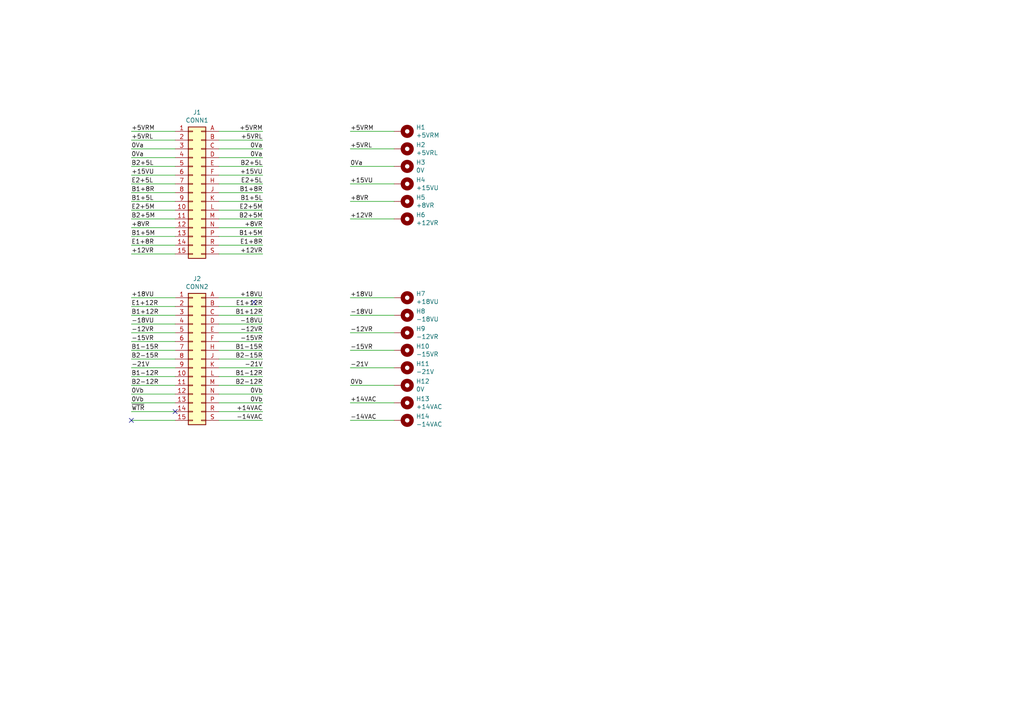
<source format=kicad_sch>
(kicad_sch (version 20230121) (generator eeschema)
  (paper "A4")
  (lib_symbols
    (symbol "Mechanical:MountingHole_Pad" (pin_numbers hide) (pin_names (offset 1.016) hide)
      (property "Reference" "H" (at 0 6.35 0))
      (property "Value" "MountingHole_Pad" (at 0 4.445 0))
      (symbol "MountingHole_Pad_0_1"
        (circle (center 0 1.27) (radius 1.27) (stroke (width 1.27)))
      )
      (symbol "MountingHole_Pad_1_1"
        (pin input line (at 0 -2.54 90) (length 2.54) (name "1") (number "1"))
      )
    )
    (symbol "powerprobe-rescue:Conn_02x15_Wang2200-Wang2200" (pin_names (offset 1.016) hide)
      (property "Reference" "J" (at 1.27 20.32 0))
      (property "Value" "Wang2200_Conn_02x15_Wang2200" (at 1.27 -20.32 0))
      (symbol "Conn_02x15_Wang2200-Wang2200_1_1"
        (rectangle (start -1.27 -17.653) (end 0 -17.907) (stroke (width 0.1524)))
        (rectangle (start -1.27 -15.113) (end 0 -15.367) (stroke (width 0.1524)))
        (rectangle (start -1.27 -12.573) (end 0 -12.827) (stroke (width 0.1524)))
        (rectangle (start -1.27 -10.033) (end 0 -10.287) (stroke (width 0.1524)))
        (rectangle (start -1.27 -7.493) (end 0 -7.747) (stroke (width 0.1524)))
        (rectangle (start -1.27 -4.953) (end 0 -5.207) (stroke (width 0.1524)))
        (rectangle (start -1.27 -2.413) (end 0 -2.667) (stroke (width 0.1524)))
        (rectangle (start -1.27 0.127) (end 0 -0.127) (stroke (width 0.1524)))
        (rectangle (start -1.27 2.667) (end 0 2.413) (stroke (width 0.1524)))
        (rectangle (start -1.27 5.207) (end 0 4.953) (stroke (width 0.1524)))
        (rectangle (start -1.27 7.747) (end 0 7.493) (stroke (width 0.1524)))
        (rectangle (start -1.27 10.287) (end 0 10.033) (stroke (width 0.1524)))
        (rectangle (start -1.27 12.827) (end 0 12.573) (stroke (width 0.1524)))
        (rectangle (start -1.27 15.367) (end 0 15.113) (stroke (width 0.1524)))
        (rectangle (start -1.27 17.907) (end 0 17.653) (stroke (width 0.1524)))
        (rectangle (start -1.27 19.05) (end 3.81 -19.05) (stroke (width 0.254)) (fill (type background)))
        (rectangle (start 3.81 -17.653) (end 2.54 -17.907) (stroke (width 0.1524)))
        (rectangle (start 3.81 -15.113) (end 2.54 -15.367) (stroke (width 0.1524)))
        (rectangle (start 3.81 -12.573) (end 2.54 -12.827) (stroke (width 0.1524)))
        (rectangle (start 3.81 -10.033) (end 2.54 -10.287) (stroke (width 0.1524)))
        (rectangle (start 3.81 -7.493) (end 2.54 -7.747) (stroke (width 0.1524)))
        (rectangle (start 3.81 -4.953) (end 2.54 -5.207) (stroke (width 0.1524)))
        (rectangle (start 3.81 -2.413) (end 2.54 -2.667) (stroke (width 0.1524)))
        (rectangle (start 3.81 0.127) (end 2.54 -0.127) (stroke (width 0.1524)))
        (rectangle (start 3.81 2.667) (end 2.54 2.413) (stroke (width 0.1524)))
        (rectangle (start 3.81 5.207) (end 2.54 4.953) (stroke (width 0.1524)))
        (rectangle (start 3.81 7.747) (end 2.54 7.493) (stroke (width 0.1524)))
        (rectangle (start 3.81 10.287) (end 2.54 10.033) (stroke (width 0.1524)))
        (rectangle (start 3.81 12.827) (end 2.54 12.573) (stroke (width 0.1524)))
        (rectangle (start 3.81 15.367) (end 2.54 15.113) (stroke (width 0.1524)))
        (rectangle (start 3.81 17.907) (end 2.54 17.653) (stroke (width 0.1524)))
        (pin passive line (at -5.08 17.78 0) (length 3.81) (name "1") (number "1"))
        (pin passive line (at -5.08 -5.08 0) (length 3.81) (name "10") (number "10"))
        (pin passive line (at -5.08 -7.62 0) (length 3.81) (name "11") (number "11"))
        (pin passive line (at -5.08 -10.16 0) (length 3.81) (name "12") (number "12"))
        (pin passive line (at -5.08 -12.7 0) (length 3.81) (name "13") (number "13"))
        (pin passive line (at -5.08 -15.24 0) (length 3.81) (name "14") (number "14"))
        (pin passive line (at -5.08 -17.78 0) (length 3.81) (name "15") (number "15"))
        (pin passive line (at -5.08 15.24 0) (length 3.81) (name "2") (number "2"))
        (pin passive line (at -5.08 12.7 0) (length 3.81) (name "3") (number "3"))
        (pin passive line (at -5.08 10.16 0) (length 3.81) (name "4") (number "4"))
        (pin passive line (at -5.08 7.62 0) (length 3.81) (name "5") (number "5"))
        (pin passive line (at -5.08 5.08 0) (length 3.81) (name "6") (number "6"))
        (pin passive line (at -5.08 2.54 0) (length 3.81) (name "7") (number "7"))
        (pin passive line (at -5.08 0 0) (length 3.81) (name "8") (number "8"))
        (pin passive line (at -5.08 -2.54 0) (length 3.81) (name "9") (number "9"))
        (pin passive line (at 7.62 17.78 180) (length 3.81) (name "A") (number "A"))
        (pin passive line (at 7.62 15.24 180) (length 3.81) (name "B") (number "B"))
        (pin passive line (at 7.62 12.7 180) (length 3.81) (name "C") (number "C"))
        (pin passive line (at 7.62 10.16 180) (length 3.81) (name "D") (number "D"))
        (pin passive line (at 7.62 7.62 180) (length 3.81) (name "E") (number "E"))
        (pin passive line (at 7.62 5.08 180) (length 3.81) (name "G") (number "F"))
        (pin passive line (at 7.62 2.54 180) (length 3.81) (name "H") (number "H"))
        (pin passive line (at 7.62 0 180) (length 3.81) (name "J") (number "J"))
        (pin passive line (at 7.62 -2.54 180) (length 3.81) (name "K") (number "K"))
        (pin passive line (at 7.62 -5.08 180) (length 3.81) (name "L") (number "L"))
        (pin passive line (at 7.62 -7.62 180) (length 3.81) (name "M") (number "M"))
        (pin passive line (at 7.62 -10.16 180) (length 3.81) (name "N") (number "N"))
        (pin passive line (at 7.62 -12.7 180) (length 3.81) (name "P") (number "P"))
        (pin passive line (at 7.62 -15.24 180) (length 3.81) (name "R") (number "R"))
        (pin passive line (at 7.62 -17.78 180) (length 3.81) (name "S") (number "S"))
      )
    )
  )
  (no_connect (at 73.66 87.63))
  (no_connect (at 50.8 119.38))
  (no_connect (at 38.1 121.92))
  (wire (pts (xy 101.6 43.18) (xy 114.3 43.18)))
  (wire (pts (xy 76.2 106.68) (xy 63.5 106.68)))
  (wire (pts (xy 38.1 63.5) (xy 50.8 63.5)))
  (wire (pts (xy 76.2 40.64) (xy 63.5 40.64)))
  (wire (pts (xy 38.1 104.14) (xy 50.8 104.14)))
  (wire (pts (xy 38.1 66.04) (xy 50.8 66.04)))
  (wire (pts (xy 63.5 38.1) (xy 76.2 38.1)))
  (wire (pts (xy 76.2 43.18) (xy 63.5 43.18)))
  (wire (pts (xy 101.6 48.26) (xy 114.3 48.26)))
  (wire (pts (xy 76.2 119.38) (xy 63.5 119.38)))
  (wire (pts (xy 38.1 106.68) (xy 50.8 106.68)))
  (wire (pts (xy 101.6 58.42) (xy 114.3 58.42)))
  (wire (pts (xy 101.6 63.5) (xy 114.3 63.5)))
  (wire (pts (xy 101.6 101.6) (xy 114.3 101.6)))
  (wire (pts (xy 101.6 91.44) (xy 114.3 91.44)))
  (wire (pts (xy 101.6 106.68) (xy 114.3 106.68)))
  (wire (pts (xy 76.2 121.92) (xy 63.5 121.92)))
  (wire (pts (xy 38.1 48.26) (xy 50.8 48.26)))
  (wire (pts (xy 76.2 86.36) (xy 63.5 86.36)))
  (wire (pts (xy 76.2 50.8) (xy 63.5 50.8)))
  (wire (pts (xy 76.2 93.98) (xy 63.5 93.98)))
  (wire (pts (xy 101.6 96.52) (xy 114.3 96.52)))
  (wire (pts (xy 38.1 60.96) (xy 50.8 60.96)))
  (wire (pts (xy 101.6 53.34) (xy 114.3 53.34)))
  (wire (pts (xy 76.2 63.5) (xy 63.5 63.5)))
  (wire (pts (xy 38.1 101.6) (xy 50.8 101.6)))
  (wire (pts (xy 38.1 73.66) (xy 50.8 73.66)))
  (wire (pts (xy 38.1 93.98) (xy 50.8 93.98)))
  (wire (pts (xy 76.2 88.9) (xy 63.5 88.9)))
  (wire (pts (xy 76.2 104.14) (xy 63.5 104.14)))
  (wire (pts (xy 38.1 40.64) (xy 50.8 40.64)))
  (wire (pts (xy 76.2 109.22) (xy 63.5 109.22)))
  (wire (pts (xy 38.1 111.76) (xy 50.8 111.76)))
  (wire (pts (xy 76.2 55.88) (xy 63.5 55.88)))
  (wire (pts (xy 76.2 68.58) (xy 63.5 68.58)))
  (wire (pts (xy 76.2 60.96) (xy 63.5 60.96)))
  (wire (pts (xy 38.1 58.42) (xy 50.8 58.42)))
  (wire (pts (xy 38.1 119.38) (xy 50.8 119.38)))
  (wire (pts (xy 76.2 58.42) (xy 63.5 58.42)))
  (wire (pts (xy 101.6 38.1) (xy 114.3 38.1)))
  (wire (pts (xy 38.1 68.58) (xy 50.8 68.58)))
  (wire (pts (xy 38.1 114.3) (xy 50.8 114.3)))
  (wire (pts (xy 101.6 116.84) (xy 114.3 116.84)))
  (wire (pts (xy 76.2 101.6) (xy 63.5 101.6)))
  (wire (pts (xy 76.2 99.06) (xy 63.5 99.06)))
  (wire (pts (xy 38.1 86.36) (xy 50.8 86.36)))
  (wire (pts (xy 38.1 116.84) (xy 50.8 116.84)))
  (wire (pts (xy 76.2 73.66) (xy 63.5 73.66)))
  (wire (pts (xy 38.1 43.18) (xy 50.8 43.18)))
  (wire (pts (xy 76.2 96.52) (xy 63.5 96.52)))
  (wire (pts (xy 101.6 86.36) (xy 114.3 86.36)))
  (wire (pts (xy 38.1 55.88) (xy 50.8 55.88)))
  (wire (pts (xy 38.1 99.06) (xy 50.8 99.06)))
  (wire (pts (xy 38.1 50.8) (xy 50.8 50.8)))
  (wire (pts (xy 76.2 116.84) (xy 63.5 116.84)))
  (wire (pts (xy 101.6 111.76) (xy 114.3 111.76)))
  (wire (pts (xy 76.2 111.76) (xy 63.5 111.76)))
  (wire (pts (xy 38.1 121.92) (xy 50.8 121.92)))
  (wire (pts (xy 76.2 114.3) (xy 63.5 114.3)))
  (wire (pts (xy 76.2 45.72) (xy 63.5 45.72)))
  (wire (pts (xy 38.1 38.1) (xy 50.8 38.1)))
  (wire (pts (xy 38.1 45.72) (xy 50.8 45.72)))
  (wire (pts (xy 38.1 91.44) (xy 50.8 91.44)))
  (wire (pts (xy 76.2 48.26) (xy 63.5 48.26)))
  (wire (pts (xy 38.1 96.52) (xy 50.8 96.52)))
  (wire (pts (xy 76.2 91.44) (xy 63.5 91.44)))
  (wire (pts (xy 76.2 66.04) (xy 63.5 66.04)))
  (wire (pts (xy 38.1 53.34) (xy 50.8 53.34)))
  (wire (pts (xy 38.1 109.22) (xy 50.8 109.22)))
  (wire (pts (xy 101.6 121.92) (xy 114.3 121.92)))
  (wire (pts (xy 38.1 71.12) (xy 50.8 71.12)))
  (wire (pts (xy 38.1 88.9) (xy 50.8 88.9)))
  (wire (pts (xy 76.2 71.12) (xy 63.5 71.12)))
  (wire (pts (xy 76.2 53.34) (xy 63.5 53.34)))
  (label "0Vb" (at 76.2 116.84 180))
  (label "0Vb" (at 38.1 114.3 0))
  (label "B1-12R" (at 76.2 109.22 180))
  (label "0Va" (at 76.2 43.18 180))
  (label "-18VU" (at 101.6 91.44 0))
  (label "+12VR" (at 101.6 63.5 0))
  (label "+12VR" (at 76.2 73.66 180))
  (label "+18VU" (at 101.6 86.36 0))
  (label "B2-15R" (at 38.1 104.14 0))
  (label "+18VU" (at 76.2 86.36 180))
  (label "E1+8R" (at 38.1 71.12 0))
  (label "0Vb" (at 38.1 116.84 0))
  (label "B1+5M" (at 38.1 68.58 0))
  (label "0Vb" (at 101.6 111.76 0))
  (label "-18VU" (at 38.1 93.98 0))
  (label "E2+5M" (at 76.2 60.96 180))
  (label "0Va" (at 101.6 48.26 0))
  (label "B1-15R" (at 38.1 101.6 0))
  (label "+18VU" (at 38.1 86.36 0))
  (label "+8VR" (at 76.2 66.04 180))
  (label "B1+12R" (at 38.1 91.44 0))
  (label "+8VR" (at 38.1 66.04 0))
  (label "-12VR" (at 76.2 96.52 180))
  (label "+5VRL" (at 76.2 40.64 180))
  (label "+5VRL" (at 101.6 43.18 0))
  (label "-21V" (at 76.2 106.68 180))
  (label "~{WTR}" (at 38.1 119.38 0))
  (label "E1+12R" (at 38.1 88.9 0))
  (label "B2+5L" (at 76.2 48.26 180))
  (label "B1+12R" (at 76.2 91.44 180))
  (label "E2+5L" (at 76.2 53.34 180))
  (label "+5VRM" (at 76.2 38.1 180))
  (label "-15VR" (at 76.2 99.06 180))
  (label "+15VU" (at 76.2 50.8 180))
  (label "+5VRM" (at 101.6 38.1 0))
  (label "+12VR" (at 38.1 73.66 0))
  (label "B2-12R" (at 76.2 111.76 180))
  (label "E1+12R" (at 76.2 88.9 180))
  (label "B2-15R" (at 76.2 104.14 180))
  (label "-12VR" (at 38.1 96.52 0))
  (label "-21V" (at 38.1 106.68 0))
  (label "-14VAC" (at 101.6 121.92 0))
  (label "-12VR" (at 101.6 96.52 0))
  (label "0Vb" (at 76.2 114.3 180))
  (label "B1-15R" (at 76.2 101.6 180))
  (label "+15VU" (at 101.6 53.34 0))
  (label "B1+5M" (at 76.2 68.58 180))
  (label "B2+5M" (at 76.2 63.5 180))
  (label "+14VAC" (at 76.2 119.38 180))
  (label "B1+8R" (at 38.1 55.88 0))
  (label "B1+5L" (at 76.2 58.42 180))
  (label "+5VRM" (at 38.1 38.1 0))
  (label "E2+5M" (at 38.1 60.96 0))
  (label "B2+5L" (at 38.1 48.26 0))
  (label "B1+5L" (at 38.1 58.42 0))
  (label "-15VR" (at 101.6 101.6 0))
  (label "E1+8R" (at 76.2 71.12 180))
  (label "+14VAC" (at 101.6 116.84 0))
  (label "0Va" (at 38.1 45.72 0))
  (label "+15VU" (at 38.1 50.8 0))
  (label "-14VAC" (at 76.2 121.92 180))
  (label "B2+5M" (at 38.1 63.5 0))
  (label "E2+5L" (at 38.1 53.34 0))
  (label "-21V" (at 101.6 106.68 0))
  (label "+8VR" (at 101.6 58.42 0))
  (label "0Va" (at 38.1 43.18 0))
  (label "B1+8R" (at 76.2 55.88 180))
  (label "+5VRL" (at 38.1 40.64 0))
  (label "B2-12R" (at 38.1 111.76 0))
  (label "0Va" (at 76.2 45.72 180))
  (label "-15VR" (at 38.1 99.06 0))
  (label "-18VU" (at 76.2 93.98 180))
  (label "B1-12R" (at 38.1 109.22 0))
  (symbol (lib_id "powerprobe-rescue:Conn_02x15_Wang2200-Wang2200") (at 55.88 55.88 0) (unit 1)
    (property "Reference" "J1" (at 57.15 32.5882 0))
    (property "Value" "CONN1" (at 57.15 34.8996 0))
    (property "Footprint" "Wang2200:PinSocket_2x15_P2.54mm_Horizontal" (effects hide))
  )
  (symbol (lib_id "powerprobe-rescue:Conn_02x15_Wang2200-Wang2200") (at 55.88 104.14 0) (unit 1)
    (property "Reference" "J2" (at 57.15 80.8482 0))
    (property "Value" "CONN2" (at 57.15 83.1596 0))
    (property "Footprint" "Wang2200:PinSocket_2x15_P2.54mm_Horizontal" (effects hide))
  )
  (symbol (lib_id "Mechanical:MountingHole_Pad") (at 116.84 38.1 270) (unit 1)
    (property "Reference" "H1" (at 120.65 36.9316 90) (effects (justify left)))
    (property "Value" "+5VRM" (at 120.65 39.243 90) (effects (justify left)))
    (property "Footprint" "MountingHole:MountingHole_4mm_Pad" (effects hide))
  )
  (symbol (lib_id "Mechanical:MountingHole_Pad") (at 116.84 43.18 270) (unit 1)
    (property "Reference" "H2" (at 120.65 42.0116 90) (effects (justify left)))
    (property "Value" "+5VRL" (at 120.65 44.323 90) (effects (justify left)))
    (property "Footprint" "MountingHole:MountingHole_4mm_Pad" (effects hide))
  )
  (symbol (lib_id "Mechanical:MountingHole_Pad") (at 116.84 58.42 270) (unit 1)
    (property "Reference" "H5" (at 120.65 57.2516 90) (effects (justify left)))
    (property "Value" "+8VR" (at 120.65 59.563 90) (effects (justify left)))
    (property "Footprint" "MountingHole:MountingHole_4mm_Pad" (effects hide))
  )
  (symbol (lib_id "Mechanical:MountingHole_Pad") (at 116.84 63.5 270) (unit 1)
    (property "Reference" "H6" (at 120.65 62.3316 90) (effects (justify left)))
    (property "Value" "+12VR" (at 120.65 64.643 90) (effects (justify left)))
    (property "Footprint" "MountingHole:MountingHole_4mm_Pad" (effects hide))
  )
  (symbol (lib_id "Mechanical:MountingHole_Pad") (at 116.84 111.76 270) (unit 1)
    (property "Reference" "H12" (at 120.65 110.5916 90) (effects (justify left)))
    (property "Value" "0V" (at 120.65 112.903 90) (effects (justify left)))
    (property "Footprint" "MountingHole:MountingHole_4mm_Pad" (effects hide))
  )
  (symbol (lib_id "Mechanical:MountingHole_Pad") (at 116.84 53.34 270) (unit 1)
    (property "Reference" "H4" (at 120.65 52.1716 90) (effects (justify left)))
    (property "Value" "+15VU" (at 120.65 54.483 90) (effects (justify left)))
    (property "Footprint" "MountingHole:MountingHole_4mm_Pad" (effects hide))
  )
  (symbol (lib_id "Mechanical:MountingHole_Pad") (at 116.84 86.36 270) (unit 1)
    (property "Reference" "H7" (at 120.65 85.1916 90) (effects (justify left)))
    (property "Value" "+18VU" (at 120.65 87.503 90) (effects (justify left)))
    (property "Footprint" "MountingHole:MountingHole_4mm_Pad" (effects hide))
  )
  (symbol (lib_id "Mechanical:MountingHole_Pad") (at 116.84 91.44 270) (unit 1)
    (property "Reference" "H8" (at 120.65 90.2716 90) (effects (justify left)))
    (property "Value" "-18VU" (at 120.65 92.583 90) (effects (justify left)))
    (property "Footprint" "MountingHole:MountingHole_4mm_Pad" (effects hide))
  )
  (symbol (lib_id "Mechanical:MountingHole_Pad") (at 116.84 96.52 270) (unit 1)
    (property "Reference" "H9" (at 120.65 95.3516 90) (effects (justify left)))
    (property "Value" "-12VR" (at 120.65 97.663 90) (effects (justify left)))
    (property "Footprint" "MountingHole:MountingHole_4mm_Pad" (effects hide))
  )
  (symbol (lib_id "Mechanical:MountingHole_Pad") (at 116.84 101.6 270) (unit 1)
    (property "Reference" "H10" (at 120.65 100.4316 90) (effects (justify left)))
    (property "Value" "-15VR" (at 120.65 102.743 90) (effects (justify left)))
    (property "Footprint" "MountingHole:MountingHole_4mm_Pad" (effects hide))
  )
  (symbol (lib_id "Mechanical:MountingHole_Pad") (at 116.84 106.68 270) (unit 1)
    (property "Reference" "H11" (at 120.65 105.5116 90) (effects (justify left)))
    (property "Value" "-21V" (at 120.65 107.823 90) (effects (justify left)))
    (property "Footprint" "MountingHole:MountingHole_4mm_Pad" (effects hide))
  )
  (symbol (lib_id "Mechanical:MountingHole_Pad") (at 116.84 116.84 270) (unit 1)
    (property "Reference" "H13" (at 120.65 115.6716 90) (effects (justify left)))
    (property "Value" "+14VAC" (at 120.65 117.983 90) (effects (justify left)))
    (property "Footprint" "MountingHole:MountingHole_4mm_Pad" (effects hide))
  )
  (symbol (lib_id "Mechanical:MountingHole_Pad") (at 116.84 121.92 270) (unit 1)
    (property "Reference" "H14" (at 120.65 120.7516 90) (effects (justify left)))
    (property "Value" "-14VAC" (at 120.65 123.063 90) (effects (justify left)))
    (property "Footprint" "MountingHole:MountingHole_4mm_Pad" (effects hide))
  )
  (symbol (lib_id "Mechanical:MountingHole_Pad") (at 116.84 48.26 270) (unit 1)
    (property "Reference" "H3" (at 120.65 47.0916 90) (effects (justify left)))
    (property "Value" "0V" (at 120.65 49.403 90) (effects (justify left)))
    (property "Footprint" "MountingHole:MountingHole_4mm_Pad" (effects hide))
  )
)
</source>
